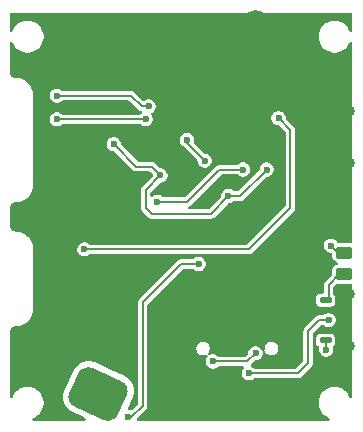
<source format=gbl>
%TF.GenerationSoftware,KiCad,Pcbnew,9.0.4*%
%TF.CreationDate,2025-12-02T01:12:31+00:00*%
%TF.ProjectId,dtv2,64747632-2e6b-4696-9361-645f70636258,rev?*%
%TF.SameCoordinates,Original*%
%TF.FileFunction,Copper,L2,Bot*%
%TF.FilePolarity,Positive*%
%FSLAX46Y46*%
G04 Gerber Fmt 4.6, Leading zero omitted, Abs format (unit mm)*
G04 Created by KiCad (PCBNEW 9.0.4) date 2025-12-02 01:12:31*
%MOMM*%
%LPD*%
G01*
G04 APERTURE LIST*
G04 Aperture macros list*
%AMRoundRect*
0 Rectangle with rounded corners*
0 $1 Rounding radius*
0 $2 $3 $4 $5 $6 $7 $8 $9 X,Y pos of 4 corners*
0 Add a 4 corners polygon primitive as box body*
4,1,4,$2,$3,$4,$5,$6,$7,$8,$9,$2,$3,0*
0 Add four circle primitives for the rounded corners*
1,1,$1+$1,$2,$3*
1,1,$1+$1,$4,$5*
1,1,$1+$1,$6,$7*
1,1,$1+$1,$8,$9*
0 Add four rect primitives between the rounded corners*
20,1,$1+$1,$2,$3,$4,$5,0*
20,1,$1+$1,$4,$5,$6,$7,0*
20,1,$1+$1,$6,$7,$8,$9,0*
20,1,$1+$1,$8,$9,$2,$3,0*%
G04 Aperture macros list end*
%TA.AperFunction,ComponentPad*%
%ADD10O,1.700000X0.900000*%
%TD*%
%TA.AperFunction,HeatsinkPad*%
%ADD11O,1.000000X2.100000*%
%TD*%
%TA.AperFunction,HeatsinkPad*%
%ADD12O,1.000000X1.600000*%
%TD*%
%TA.AperFunction,SMDPad,CuDef*%
%ADD13RoundRect,0.905000X-0.836514X1.388630X-1.601454X-0.251787X0.836514X-1.388630X1.601454X0.251787X0*%
%TD*%
%TA.AperFunction,SMDPad,CuDef*%
%ADD14RoundRect,0.075000X-0.425000X0.175000X-0.425000X-0.175000X0.425000X-0.175000X0.425000X0.175000X0*%
%TD*%
%TA.AperFunction,SMDPad,CuDef*%
%ADD15RoundRect,0.250000X-0.450000X0.262500X-0.450000X-0.262500X0.450000X-0.262500X0.450000X0.262500X0*%
%TD*%
%TA.AperFunction,ViaPad*%
%ADD16C,0.600000*%
%TD*%
%TA.AperFunction,Conductor*%
%ADD17C,0.200000*%
%TD*%
G04 APERTURE END LIST*
D10*
%TO.P,SW4,3,gnd*%
%TO.N,GND*%
X128850000Y-73325000D03*
X128850000Y-77675000D03*
%TD*%
D11*
%TO.P,J1,S1,SHIELD*%
%TO.N,GND*%
X115430000Y-92870000D03*
D12*
X115430000Y-97050000D03*
D11*
X124070000Y-92870000D03*
D12*
X124070000Y-97050000D03*
%TD*%
D13*
%TO.P,BT1,N,N*%
%TO.N,GND*%
X122102772Y-67006508D03*
%TO.P,BT1,P,P*%
%TO.N,+BATT*%
X108000000Y-97250000D03*
%TD*%
D14*
%TO.P,SW2,1,1*%
%TO.N,SWCLK*%
X127250000Y-92700000D03*
%TO.P,SW2,2,2*%
%TO.N,Net-(R1-Pad2)*%
X127250000Y-89300000D03*
D10*
%TO.P,SW2,3,gnd*%
%TO.N,GND*%
X128850000Y-93175000D03*
X128850000Y-88825000D03*
%TD*%
D15*
%TO.P,R1,1*%
%TO.N,+3V3*%
X128800000Y-85287500D03*
%TO.P,R1,2*%
%TO.N,Net-(R1-Pad2)*%
X128800000Y-87112500D03*
%TD*%
D16*
%TO.N,GND*%
X114100000Y-67500000D03*
X112250000Y-68500000D03*
X107250000Y-83500000D03*
X112250000Y-66250000D03*
X112250000Y-69250000D03*
X114100000Y-68250000D03*
X114100000Y-66000000D03*
X114100000Y-65250000D03*
X112250000Y-67750000D03*
X112250000Y-65500000D03*
X103750000Y-82500000D03*
X120000000Y-86000000D03*
X105500000Y-76000000D03*
X113400000Y-70700000D03*
X114100000Y-66750000D03*
X121250000Y-74000000D03*
X112250000Y-67000000D03*
X112750000Y-70000000D03*
X115000000Y-72500000D03*
X103000000Y-93250000D03*
X115000000Y-82800000D03*
X114400000Y-69000000D03*
%TO.N,+5V*%
X117700000Y-94500000D03*
X121300000Y-93800000D03*
%TO.N,+BATT*%
X109000000Y-96500000D03*
%TO.N,SWCLK*%
X127300000Y-93500000D03*
%TO.N,SWDIO*%
X127500000Y-91000000D03*
X120750000Y-95500000D03*
%TO.N,ToF_INT*%
X120250000Y-78250000D03*
X113000000Y-81000000D03*
%TO.N,ToF_SCL*%
X115500000Y-75750000D03*
X117000000Y-77500000D03*
%TO.N,SP3T_0*%
X112250000Y-72900000D03*
X104500000Y-72000000D03*
%TO.N,SP3T_1*%
X112000000Y-74000000D03*
X104500000Y-74000000D03*
%TO.N,Net-(SW1-A)*%
X123250000Y-73900000D03*
X106800000Y-85000000D03*
%TO.N,Net-(D3-K)*%
X116500000Y-86250000D03*
X110500000Y-99200000D03*
%TO.N,+3V3*%
X127700000Y-84700000D03*
X122250000Y-78250000D03*
X113250000Y-78750000D03*
X119000000Y-80500000D03*
X109300000Y-76100000D03*
%TD*%
D17*
%TO.N,+5V*%
X120600000Y-94500000D02*
X121300000Y-93800000D01*
X117700000Y-94500000D02*
X120600000Y-94500000D01*
%TO.N,+BATT*%
X106715000Y-96499268D02*
X108999268Y-96499268D01*
X108999268Y-96499268D02*
X109000000Y-96500000D01*
%TO.N,SWCLK*%
X127300000Y-93500000D02*
X127300000Y-92750000D01*
X127300000Y-92750000D02*
X127250000Y-92700000D01*
X127250000Y-92850000D02*
X127250000Y-92700000D01*
%TO.N,SWDIO*%
X120750000Y-95500000D02*
X124900000Y-95500000D01*
X125750000Y-91950000D02*
X126700000Y-91000000D01*
X125750000Y-94650000D02*
X125750000Y-91950000D01*
X126700000Y-91000000D02*
X127500000Y-91000000D01*
X124900000Y-95500000D02*
X125750000Y-94650000D01*
%TO.N,Net-(R1-Pad2)*%
X127250000Y-89300000D02*
X127500000Y-89050000D01*
X128387500Y-87112500D02*
X128800000Y-87112500D01*
X127500000Y-88000000D02*
X128387500Y-87112500D01*
X127500000Y-89050000D02*
X127500000Y-88000000D01*
%TO.N,ToF_INT*%
X118250000Y-78250000D02*
X115500000Y-81000000D01*
X120250000Y-78250000D02*
X118250000Y-78250000D01*
X115500000Y-81000000D02*
X113000000Y-81000000D01*
%TO.N,ToF_SCL*%
X115500000Y-76000000D02*
X115500000Y-75750000D01*
X117000000Y-77500000D02*
X115500000Y-76000000D01*
%TO.N,SP3T_0*%
X112250000Y-72900000D02*
X111650000Y-72900000D01*
X111650000Y-72900000D02*
X110750000Y-72000000D01*
X110750000Y-72000000D02*
X104500000Y-72000000D01*
%TO.N,SP3T_1*%
X112000000Y-74000000D02*
X104500000Y-74000000D01*
%TO.N,Net-(SW1-A)*%
X120790000Y-84960000D02*
X124250000Y-81500000D01*
X120790000Y-85000000D02*
X107000000Y-85000000D01*
X124250000Y-74900000D02*
X124250000Y-81500000D01*
X107000000Y-85000000D02*
X106800000Y-85000000D01*
X123250000Y-73900000D02*
X124250000Y-74900000D01*
X120790000Y-85000000D02*
X120790000Y-84960000D01*
%TO.N,Net-(D3-K)*%
X111750000Y-98250000D02*
X111750000Y-89500000D01*
X115000000Y-86250000D02*
X116500000Y-86250000D01*
X110500000Y-99200000D02*
X110800000Y-99200000D01*
X111750000Y-89500000D02*
X115000000Y-86250000D01*
X110800000Y-99200000D02*
X111750000Y-98250000D01*
%TO.N,+3V3*%
X109300000Y-76100000D02*
X111200000Y-78000000D01*
X117500000Y-82000000D02*
X119000000Y-80500000D01*
X112500000Y-78000000D02*
X113250000Y-78750000D01*
X112000000Y-80000000D02*
X112000000Y-81500000D01*
X120000000Y-80500000D02*
X122250000Y-78250000D01*
X112500000Y-82000000D02*
X117500000Y-82000000D01*
X128287500Y-85287500D02*
X128800000Y-85287500D01*
X113250000Y-78750000D02*
X112000000Y-80000000D01*
X112000000Y-81500000D02*
X112500000Y-82000000D01*
X119000000Y-80500000D02*
X120000000Y-80500000D01*
X111200000Y-78000000D02*
X112500000Y-78000000D01*
X127700000Y-84700000D02*
X128287500Y-85287500D01*
%TD*%
%TA.AperFunction,Conductor*%
%TO.N,GND*%
G36*
X129442539Y-64994150D02*
G01*
X129488294Y-65046954D01*
X129499500Y-65098465D01*
X129499500Y-66461773D01*
X129479815Y-66528812D01*
X129427011Y-66574567D01*
X129357853Y-66584511D01*
X129294297Y-66555486D01*
X129257570Y-66500094D01*
X129251557Y-66481588D01*
X129155051Y-66292184D01*
X129155049Y-66292181D01*
X129155048Y-66292179D01*
X129030109Y-66120213D01*
X128879786Y-65969890D01*
X128707820Y-65844951D01*
X128518414Y-65748444D01*
X128518413Y-65748443D01*
X128518412Y-65748443D01*
X128316243Y-65682754D01*
X128316241Y-65682753D01*
X128316240Y-65682753D01*
X128154957Y-65657208D01*
X128106287Y-65649500D01*
X127893713Y-65649500D01*
X127845042Y-65657208D01*
X127683760Y-65682753D01*
X127481585Y-65748444D01*
X127292179Y-65844951D01*
X127120213Y-65969890D01*
X126969890Y-66120213D01*
X126844951Y-66292179D01*
X126748444Y-66481585D01*
X126682753Y-66683760D01*
X126649500Y-66893713D01*
X126649500Y-67106287D01*
X126682754Y-67316243D01*
X126734075Y-67474193D01*
X126748444Y-67518414D01*
X126844951Y-67707820D01*
X126969890Y-67879786D01*
X127120213Y-68030109D01*
X127292179Y-68155048D01*
X127292181Y-68155049D01*
X127292184Y-68155051D01*
X127481588Y-68251557D01*
X127683757Y-68317246D01*
X127893713Y-68350500D01*
X127893714Y-68350500D01*
X128106286Y-68350500D01*
X128106287Y-68350500D01*
X128316243Y-68317246D01*
X128518412Y-68251557D01*
X128707816Y-68155051D01*
X128729789Y-68139086D01*
X128879786Y-68030109D01*
X128879788Y-68030106D01*
X128879792Y-68030104D01*
X129030104Y-67879792D01*
X129030106Y-67879788D01*
X129030109Y-67879786D01*
X129155048Y-67707820D01*
X129155047Y-67707820D01*
X129155051Y-67707816D01*
X129251557Y-67518412D01*
X129257569Y-67499907D01*
X129297006Y-67442232D01*
X129361365Y-67415034D01*
X129430211Y-67426949D01*
X129481687Y-67474193D01*
X129499500Y-67538226D01*
X129499500Y-84359503D01*
X129479815Y-84426542D01*
X129427011Y-84472297D01*
X129360718Y-84482619D01*
X129320651Y-84477808D01*
X129293102Y-84474500D01*
X128334796Y-84474500D01*
X128267757Y-84454815D01*
X128227410Y-84412501D01*
X128180520Y-84331284D01*
X128068716Y-84219480D01*
X128068714Y-84219479D01*
X128068709Y-84219475D01*
X127931790Y-84140426D01*
X127931786Y-84140424D01*
X127931784Y-84140423D01*
X127779057Y-84099500D01*
X127620943Y-84099500D01*
X127468216Y-84140423D01*
X127468209Y-84140426D01*
X127331290Y-84219475D01*
X127331282Y-84219481D01*
X127219481Y-84331282D01*
X127219475Y-84331290D01*
X127140426Y-84468209D01*
X127140423Y-84468216D01*
X127099500Y-84620943D01*
X127099500Y-84779056D01*
X127140423Y-84931783D01*
X127140426Y-84931790D01*
X127219475Y-85068709D01*
X127219479Y-85068714D01*
X127219480Y-85068716D01*
X127331284Y-85180520D01*
X127331286Y-85180521D01*
X127331290Y-85180524D01*
X127420087Y-85231790D01*
X127468216Y-85259577D01*
X127620943Y-85300500D01*
X127675500Y-85300500D01*
X127742539Y-85320185D01*
X127788294Y-85372989D01*
X127799500Y-85424500D01*
X127799500Y-85593102D01*
X127805126Y-85639954D01*
X127810122Y-85681561D01*
X127865639Y-85822343D01*
X127957077Y-85942922D01*
X128077656Y-86034360D01*
X128077657Y-86034360D01*
X128077658Y-86034361D01*
X128205171Y-86084646D01*
X128260314Y-86127551D01*
X128283507Y-86193459D01*
X128267386Y-86261444D01*
X128217070Y-86309920D01*
X128205178Y-86315351D01*
X128170428Y-86329055D01*
X128077656Y-86365639D01*
X127957077Y-86457077D01*
X127865639Y-86577656D01*
X127810122Y-86718438D01*
X127808671Y-86730524D01*
X127799500Y-86806898D01*
X127799500Y-86806903D01*
X127799500Y-87082745D01*
X127779815Y-87149784D01*
X127763181Y-87170426D01*
X127179522Y-87754084D01*
X127179520Y-87754087D01*
X127126793Y-87845412D01*
X127108180Y-87914877D01*
X127106010Y-87922976D01*
X127099500Y-87947270D01*
X127099500Y-88625500D01*
X127079815Y-88692539D01*
X127027011Y-88738294D01*
X126975500Y-88749500D01*
X126789364Y-88749500D01*
X126716375Y-88760134D01*
X126716373Y-88760134D01*
X126716371Y-88760135D01*
X126603789Y-88815172D01*
X126515172Y-88903789D01*
X126460135Y-89016371D01*
X126460134Y-89016373D01*
X126460134Y-89016375D01*
X126449500Y-89089364D01*
X126449500Y-89510636D01*
X126460134Y-89583625D01*
X126460134Y-89583626D01*
X126460135Y-89583628D01*
X126515172Y-89696210D01*
X126603789Y-89784827D01*
X126711572Y-89837518D01*
X126716375Y-89839866D01*
X126789364Y-89850500D01*
X126789370Y-89850500D01*
X127710630Y-89850500D01*
X127710636Y-89850500D01*
X127783625Y-89839866D01*
X127841118Y-89811759D01*
X127896210Y-89784827D01*
X127984827Y-89696210D01*
X128017403Y-89629574D01*
X128039866Y-89583625D01*
X128050500Y-89510636D01*
X128050500Y-89089364D01*
X128039866Y-89016375D01*
X128037518Y-89011572D01*
X127984827Y-88903789D01*
X127936819Y-88855781D01*
X127903334Y-88794458D01*
X127900500Y-88768100D01*
X127900500Y-88217254D01*
X127920185Y-88150215D01*
X127936819Y-88129573D01*
X128025896Y-88040496D01*
X128116070Y-87950321D01*
X128177391Y-87916838D01*
X128218529Y-87914888D01*
X128306898Y-87925500D01*
X128306905Y-87925500D01*
X129293095Y-87925500D01*
X129293102Y-87925500D01*
X129360717Y-87917380D01*
X129429624Y-87928932D01*
X129481348Y-87975904D01*
X129499500Y-88040496D01*
X129499500Y-97461773D01*
X129479815Y-97528812D01*
X129427011Y-97574567D01*
X129357853Y-97584511D01*
X129294297Y-97555486D01*
X129257570Y-97500094D01*
X129251557Y-97481588D01*
X129155051Y-97292184D01*
X129155049Y-97292181D01*
X129155048Y-97292179D01*
X129030109Y-97120213D01*
X128879786Y-96969890D01*
X128707820Y-96844951D01*
X128518414Y-96748444D01*
X128518413Y-96748443D01*
X128518412Y-96748443D01*
X128316243Y-96682754D01*
X128316241Y-96682753D01*
X128316240Y-96682753D01*
X128154957Y-96657208D01*
X128106287Y-96649500D01*
X127893713Y-96649500D01*
X127845042Y-96657208D01*
X127683760Y-96682753D01*
X127481585Y-96748444D01*
X127292179Y-96844951D01*
X127120213Y-96969890D01*
X126969890Y-97120213D01*
X126844951Y-97292179D01*
X126748444Y-97481585D01*
X126682753Y-97683760D01*
X126671742Y-97753282D01*
X126649500Y-97893713D01*
X126649500Y-98106287D01*
X126682754Y-98316243D01*
X126741841Y-98498094D01*
X126748444Y-98518414D01*
X126844951Y-98707820D01*
X126969890Y-98879786D01*
X127120213Y-99030109D01*
X127292179Y-99155048D01*
X127292181Y-99155049D01*
X127292184Y-99155051D01*
X127481588Y-99251557D01*
X127500092Y-99257569D01*
X127557768Y-99297006D01*
X127584966Y-99361365D01*
X127573051Y-99430211D01*
X127525807Y-99481687D01*
X127461774Y-99499500D01*
X111366255Y-99499500D01*
X111299216Y-99479815D01*
X111253461Y-99427011D01*
X111243517Y-99357853D01*
X111272542Y-99294297D01*
X111278574Y-99287819D01*
X111584429Y-98981964D01*
X112070480Y-98495913D01*
X112123207Y-98404588D01*
X112150500Y-98302727D01*
X112150500Y-98197273D01*
X112150500Y-93324234D01*
X116284500Y-93324234D01*
X116284500Y-93475765D01*
X116323719Y-93622136D01*
X116351887Y-93670923D01*
X116399485Y-93753365D01*
X116506635Y-93860515D01*
X116637865Y-93936281D01*
X116784234Y-93975500D01*
X116784236Y-93975500D01*
X116935764Y-93975500D01*
X116935766Y-93975500D01*
X117082135Y-93936281D01*
X117082136Y-93936280D01*
X117089986Y-93934177D01*
X117090868Y-93937470D01*
X117144581Y-93931624D01*
X117207102Y-93962816D01*
X117242834Y-94022858D01*
X117240432Y-94092686D01*
X117221105Y-94129165D01*
X117219478Y-94131284D01*
X117140426Y-94268209D01*
X117140423Y-94268216D01*
X117099500Y-94420943D01*
X117099500Y-94579057D01*
X117132637Y-94702724D01*
X117140423Y-94731783D01*
X117140426Y-94731790D01*
X117219475Y-94868709D01*
X117219479Y-94868714D01*
X117219480Y-94868716D01*
X117331284Y-94980520D01*
X117331286Y-94980521D01*
X117331290Y-94980524D01*
X117398765Y-95019480D01*
X117468216Y-95059577D01*
X117620943Y-95100500D01*
X117620945Y-95100500D01*
X117779055Y-95100500D01*
X117779057Y-95100500D01*
X117931784Y-95059577D01*
X118068716Y-94980520D01*
X118112417Y-94936819D01*
X118173740Y-94903334D01*
X118200098Y-94900500D01*
X120200902Y-94900500D01*
X120267941Y-94920185D01*
X120313696Y-94972989D01*
X120323640Y-95042147D01*
X120294615Y-95105703D01*
X120288583Y-95112181D01*
X120269481Y-95131282D01*
X120269475Y-95131290D01*
X120190426Y-95268209D01*
X120190423Y-95268216D01*
X120149500Y-95420943D01*
X120149500Y-95579056D01*
X120190423Y-95731783D01*
X120190426Y-95731790D01*
X120269475Y-95868709D01*
X120269479Y-95868714D01*
X120269480Y-95868716D01*
X120381284Y-95980520D01*
X120381286Y-95980521D01*
X120381290Y-95980524D01*
X120518209Y-96059573D01*
X120518216Y-96059577D01*
X120670943Y-96100500D01*
X120670945Y-96100500D01*
X120829055Y-96100500D01*
X120829057Y-96100500D01*
X120981784Y-96059577D01*
X121118716Y-95980520D01*
X121162417Y-95936819D01*
X121223740Y-95903334D01*
X121250098Y-95900500D01*
X124952725Y-95900500D01*
X124952727Y-95900500D01*
X125054588Y-95873207D01*
X125145913Y-95820480D01*
X125985703Y-94980687D01*
X125985708Y-94980684D01*
X125995911Y-94970480D01*
X125995913Y-94970480D01*
X126070480Y-94895913D01*
X126123207Y-94804587D01*
X126127844Y-94787279D01*
X126131861Y-94772293D01*
X126136855Y-94753652D01*
X126150501Y-94702726D01*
X126150501Y-94597273D01*
X126150501Y-94589678D01*
X126150500Y-94589660D01*
X126150500Y-92489364D01*
X126449500Y-92489364D01*
X126449500Y-92910636D01*
X126460134Y-92983625D01*
X126460134Y-92983626D01*
X126460135Y-92983628D01*
X126515172Y-93096210D01*
X126603787Y-93184825D01*
X126652609Y-93208693D01*
X126704191Y-93255821D01*
X126722105Y-93323355D01*
X126717923Y-93352185D01*
X126699500Y-93420941D01*
X126699500Y-93420943D01*
X126699500Y-93579057D01*
X126724116Y-93670923D01*
X126740423Y-93731783D01*
X126740426Y-93731790D01*
X126819475Y-93868709D01*
X126819479Y-93868714D01*
X126819480Y-93868716D01*
X126931284Y-93980520D01*
X126931286Y-93980521D01*
X126931290Y-93980524D01*
X127020087Y-94031790D01*
X127068216Y-94059577D01*
X127220943Y-94100500D01*
X127220945Y-94100500D01*
X127379055Y-94100500D01*
X127379057Y-94100500D01*
X127531784Y-94059577D01*
X127668716Y-93980520D01*
X127780520Y-93868716D01*
X127859577Y-93731784D01*
X127900500Y-93579057D01*
X127900500Y-93420943D01*
X127868224Y-93300487D01*
X127869887Y-93230643D01*
X127900317Y-93180719D01*
X127984826Y-93096211D01*
X127984826Y-93096210D01*
X127984827Y-93096210D01*
X128011759Y-93041118D01*
X128039866Y-92983625D01*
X128050500Y-92910636D01*
X128050500Y-92489364D01*
X128039866Y-92416375D01*
X128037518Y-92411572D01*
X127984827Y-92303789D01*
X127896210Y-92215172D01*
X127783628Y-92160135D01*
X127783626Y-92160134D01*
X127783625Y-92160134D01*
X127710636Y-92149500D01*
X126789364Y-92149500D01*
X126716375Y-92160134D01*
X126716373Y-92160134D01*
X126716371Y-92160135D01*
X126603789Y-92215172D01*
X126515172Y-92303789D01*
X126460135Y-92416371D01*
X126460134Y-92416373D01*
X126460134Y-92416375D01*
X126449500Y-92489364D01*
X126150500Y-92489364D01*
X126150500Y-92167255D01*
X126170185Y-92100216D01*
X126186819Y-92079574D01*
X126829574Y-91436819D01*
X126890897Y-91403334D01*
X126917255Y-91400500D01*
X126999902Y-91400500D01*
X127066941Y-91420185D01*
X127087583Y-91436819D01*
X127131284Y-91480520D01*
X127131286Y-91480521D01*
X127131290Y-91480524D01*
X127268209Y-91559573D01*
X127268216Y-91559577D01*
X127420943Y-91600500D01*
X127420945Y-91600500D01*
X127579055Y-91600500D01*
X127579057Y-91600500D01*
X127731784Y-91559577D01*
X127868716Y-91480520D01*
X127980520Y-91368716D01*
X128059577Y-91231784D01*
X128100500Y-91079057D01*
X128100500Y-90920943D01*
X128059577Y-90768216D01*
X128008369Y-90679520D01*
X127980524Y-90631290D01*
X127980518Y-90631282D01*
X127868717Y-90519481D01*
X127868709Y-90519475D01*
X127731790Y-90440426D01*
X127731786Y-90440424D01*
X127731784Y-90440423D01*
X127579057Y-90399500D01*
X127420943Y-90399500D01*
X127268216Y-90440423D01*
X127268209Y-90440426D01*
X127131290Y-90519475D01*
X127131282Y-90519481D01*
X127087583Y-90563181D01*
X127026260Y-90596666D01*
X126999902Y-90599500D01*
X126647273Y-90599500D01*
X126545410Y-90626793D01*
X126454087Y-90679520D01*
X126454084Y-90679522D01*
X125429522Y-91704084D01*
X125429520Y-91704087D01*
X125376791Y-91795414D01*
X125351758Y-91888845D01*
X125351757Y-91888849D01*
X125349500Y-91897271D01*
X125349500Y-94432745D01*
X125329815Y-94499784D01*
X125313181Y-94520426D01*
X124770426Y-95063181D01*
X124709103Y-95096666D01*
X124682745Y-95099500D01*
X121250098Y-95099500D01*
X121183059Y-95079815D01*
X121162417Y-95063181D01*
X121118717Y-95019481D01*
X121118709Y-95019475D01*
X120981790Y-94940426D01*
X120981787Y-94940424D01*
X120981784Y-94940423D01*
X120981780Y-94940422D01*
X120974277Y-94937314D01*
X120975406Y-94934587D01*
X120927827Y-94905590D01*
X120897296Y-94842744D01*
X120905588Y-94773368D01*
X120931894Y-94734498D01*
X121229574Y-94436819D01*
X121290897Y-94403334D01*
X121317255Y-94400500D01*
X121379055Y-94400500D01*
X121379057Y-94400500D01*
X121531784Y-94359577D01*
X121668716Y-94280520D01*
X121780520Y-94168716D01*
X121859577Y-94031784D01*
X121900500Y-93879057D01*
X121900500Y-93732923D01*
X121920185Y-93665884D01*
X121972989Y-93620129D01*
X122042147Y-93610185D01*
X122105703Y-93639210D01*
X122131886Y-93670922D01*
X122179485Y-93753365D01*
X122286635Y-93860515D01*
X122417865Y-93936281D01*
X122564234Y-93975500D01*
X122564236Y-93975500D01*
X122715764Y-93975500D01*
X122715766Y-93975500D01*
X122862135Y-93936281D01*
X122993365Y-93860515D01*
X123100515Y-93753365D01*
X123176281Y-93622135D01*
X123215500Y-93475766D01*
X123215500Y-93324234D01*
X123176281Y-93177865D01*
X123100515Y-93046635D01*
X122993365Y-92939485D01*
X122927750Y-92901602D01*
X122862136Y-92863719D01*
X122788950Y-92844109D01*
X122715766Y-92824500D01*
X122564234Y-92824500D01*
X122417863Y-92863719D01*
X122286635Y-92939485D01*
X122286632Y-92939487D01*
X122179487Y-93046632D01*
X122179485Y-93046635D01*
X122103719Y-93177863D01*
X122064500Y-93324234D01*
X122064500Y-93460378D01*
X122044815Y-93527417D01*
X121992011Y-93573172D01*
X121922853Y-93583116D01*
X121859297Y-93554091D01*
X121833113Y-93522378D01*
X121780522Y-93431287D01*
X121780518Y-93431282D01*
X121668717Y-93319481D01*
X121668709Y-93319475D01*
X121531790Y-93240426D01*
X121531786Y-93240424D01*
X121531784Y-93240423D01*
X121379057Y-93199500D01*
X121220943Y-93199500D01*
X121068216Y-93240423D01*
X121068209Y-93240426D01*
X120931290Y-93319475D01*
X120931282Y-93319481D01*
X120819481Y-93431282D01*
X120819475Y-93431290D01*
X120740426Y-93568209D01*
X120740423Y-93568216D01*
X120699500Y-93720943D01*
X120699500Y-93782745D01*
X120679815Y-93849784D01*
X120663181Y-93870426D01*
X120470426Y-94063181D01*
X120409103Y-94096666D01*
X120382745Y-94099500D01*
X118200098Y-94099500D01*
X118133059Y-94079815D01*
X118112417Y-94063181D01*
X118068717Y-94019481D01*
X118068709Y-94019475D01*
X117931790Y-93940426D01*
X117931786Y-93940424D01*
X117931784Y-93940423D01*
X117779057Y-93899500D01*
X117620943Y-93899500D01*
X117468216Y-93940423D01*
X117468214Y-93940423D01*
X117460365Y-93942527D01*
X117459988Y-93941120D01*
X117399352Y-93947634D01*
X117336876Y-93916353D01*
X117301229Y-93856261D01*
X117303729Y-93786436D01*
X117317291Y-93760888D01*
X117316451Y-93760403D01*
X117320513Y-93753366D01*
X117320515Y-93753365D01*
X117396281Y-93622135D01*
X117435500Y-93475766D01*
X117435500Y-93324234D01*
X117396281Y-93177865D01*
X117320515Y-93046635D01*
X117213365Y-92939485D01*
X117147750Y-92901602D01*
X117082136Y-92863719D01*
X117008950Y-92844109D01*
X116935766Y-92824500D01*
X116784234Y-92824500D01*
X116637863Y-92863719D01*
X116506635Y-92939485D01*
X116506632Y-92939487D01*
X116399487Y-93046632D01*
X116399485Y-93046635D01*
X116323719Y-93177863D01*
X116284500Y-93324234D01*
X112150500Y-93324234D01*
X112150500Y-89717255D01*
X112170185Y-89650216D01*
X112186819Y-89629574D01*
X115129574Y-86686819D01*
X115190897Y-86653334D01*
X115217255Y-86650500D01*
X115999902Y-86650500D01*
X116066941Y-86670185D01*
X116087583Y-86686819D01*
X116131284Y-86730520D01*
X116131286Y-86730521D01*
X116131290Y-86730524D01*
X116263576Y-86806898D01*
X116268216Y-86809577D01*
X116420943Y-86850500D01*
X116420945Y-86850500D01*
X116579055Y-86850500D01*
X116579057Y-86850500D01*
X116731784Y-86809577D01*
X116868716Y-86730520D01*
X116980520Y-86618716D01*
X117059577Y-86481784D01*
X117100500Y-86329057D01*
X117100500Y-86170943D01*
X117059577Y-86018216D01*
X117059573Y-86018209D01*
X116980524Y-85881290D01*
X116980518Y-85881282D01*
X116868717Y-85769481D01*
X116868709Y-85769475D01*
X116731790Y-85690426D01*
X116731786Y-85690424D01*
X116731784Y-85690423D01*
X116579057Y-85649500D01*
X116420943Y-85649500D01*
X116268216Y-85690423D01*
X116268209Y-85690426D01*
X116131290Y-85769475D01*
X116131282Y-85769481D01*
X116087583Y-85813181D01*
X116026260Y-85846666D01*
X115999902Y-85849500D01*
X114947273Y-85849500D01*
X114845410Y-85876793D01*
X114754087Y-85929520D01*
X114754084Y-85929522D01*
X111429522Y-89254084D01*
X111429518Y-89254090D01*
X111376792Y-89345412D01*
X111376793Y-89345413D01*
X111349500Y-89447273D01*
X111349500Y-98032744D01*
X111329815Y-98099783D01*
X111313181Y-98120425D01*
X110830830Y-98602775D01*
X110820480Y-98608426D01*
X110813002Y-98617547D01*
X110790375Y-98624865D01*
X110769507Y-98636260D01*
X110756061Y-98635963D01*
X110746523Y-98639048D01*
X110712100Y-98634992D01*
X110711464Y-98634978D01*
X110711386Y-98634957D01*
X110579057Y-98599500D01*
X110577228Y-98599500D01*
X110567761Y-98596998D01*
X110544356Y-98582841D01*
X110519349Y-98571774D01*
X110514897Y-98565022D01*
X110507977Y-98560837D01*
X110495943Y-98536278D01*
X110480887Y-98513444D01*
X110480792Y-98505355D01*
X110477234Y-98498094D01*
X110480388Y-98470928D01*
X110480067Y-98443579D01*
X110485157Y-98429851D01*
X110485292Y-98428691D01*
X110485831Y-98428033D01*
X110487061Y-98424716D01*
X110915705Y-97505487D01*
X110935834Y-97455566D01*
X110993933Y-97223476D01*
X111011973Y-96984906D01*
X110989435Y-96746718D01*
X110926967Y-96515766D01*
X110826367Y-96298692D01*
X110690528Y-96101743D01*
X110690524Y-96101739D01*
X110690523Y-96101737D01*
X110523363Y-95930587D01*
X110523362Y-95930586D01*
X110523359Y-95930583D01*
X110523353Y-95930579D01*
X110523350Y-95930576D01*
X110329670Y-95790139D01*
X110329669Y-95790138D01*
X110329667Y-95790137D01*
X110282159Y-95764834D01*
X108927520Y-95133155D01*
X107670766Y-94547120D01*
X107670760Y-94547118D01*
X107620834Y-94526988D01*
X107388752Y-94468891D01*
X107388751Y-94468890D01*
X107388748Y-94468890D01*
X107388743Y-94468889D01*
X107388739Y-94468889D01*
X107150180Y-94450850D01*
X107150176Y-94450850D01*
X106911988Y-94473389D01*
X106681038Y-94535857D01*
X106463963Y-94636457D01*
X106267016Y-94772293D01*
X106095855Y-94939466D01*
X106095853Y-94939468D01*
X105955410Y-95133155D01*
X105930097Y-95180681D01*
X105084296Y-96994509D01*
X105084294Y-96994514D01*
X105064164Y-97044439D01*
X105064163Y-97044441D01*
X105006068Y-97276518D01*
X105006066Y-97276532D01*
X104988027Y-97515091D01*
X104988027Y-97515096D01*
X105010565Y-97753284D01*
X105048549Y-97893713D01*
X105073033Y-97984234D01*
X105173633Y-98201308D01*
X105309472Y-98398257D01*
X105309474Y-98398259D01*
X105309476Y-98398262D01*
X105468261Y-98560837D01*
X105476641Y-98569417D01*
X105476647Y-98569421D01*
X105476649Y-98569423D01*
X105574567Y-98640423D01*
X105670333Y-98709863D01*
X105717841Y-98735166D01*
X106571526Y-99133246D01*
X106850037Y-99263118D01*
X106902476Y-99309290D01*
X106921628Y-99376484D01*
X106901412Y-99443365D01*
X106848247Y-99488699D01*
X106797632Y-99499500D01*
X102538226Y-99499500D01*
X102471187Y-99479815D01*
X102425432Y-99427011D01*
X102415488Y-99357853D01*
X102444513Y-99294297D01*
X102499906Y-99257569D01*
X102518412Y-99251557D01*
X102707816Y-99155051D01*
X102737828Y-99133246D01*
X102879786Y-99030109D01*
X102879788Y-99030106D01*
X102879792Y-99030104D01*
X103030104Y-98879792D01*
X103030106Y-98879788D01*
X103030109Y-98879786D01*
X103155048Y-98707820D01*
X103155047Y-98707820D01*
X103155051Y-98707816D01*
X103251557Y-98518412D01*
X103317246Y-98316243D01*
X103350500Y-98106287D01*
X103350500Y-97893713D01*
X103317246Y-97683757D01*
X103251557Y-97481588D01*
X103155051Y-97292184D01*
X103155049Y-97292181D01*
X103155048Y-97292179D01*
X103030109Y-97120213D01*
X102879786Y-96969890D01*
X102707820Y-96844951D01*
X102518414Y-96748444D01*
X102518413Y-96748443D01*
X102518412Y-96748443D01*
X102316243Y-96682754D01*
X102316241Y-96682753D01*
X102316240Y-96682753D01*
X102154957Y-96657208D01*
X102106287Y-96649500D01*
X101893713Y-96649500D01*
X101845042Y-96657208D01*
X101683760Y-96682753D01*
X101481585Y-96748444D01*
X101292179Y-96844951D01*
X101120213Y-96969890D01*
X100969890Y-97120213D01*
X100844951Y-97292179D01*
X100748445Y-97481582D01*
X100748443Y-97481587D01*
X100748443Y-97481588D01*
X100742429Y-97500094D01*
X100702992Y-97557768D01*
X100638633Y-97584965D01*
X100569787Y-97573050D01*
X100518312Y-97525805D01*
X100500500Y-97461773D01*
X100500500Y-92006961D01*
X100501280Y-91993077D01*
X100511459Y-91902731D01*
X100517635Y-91875670D01*
X100545353Y-91796456D01*
X100557396Y-91771450D01*
X100602046Y-91700389D01*
X100619351Y-91678690D01*
X100678690Y-91619351D01*
X100700389Y-91602046D01*
X100771450Y-91557396D01*
X100796456Y-91545353D01*
X100875670Y-91517635D01*
X100902733Y-91511459D01*
X100965419Y-91504396D01*
X100993079Y-91501280D01*
X101006962Y-91500500D01*
X101107317Y-91500500D01*
X101107318Y-91500500D01*
X101289612Y-91474290D01*
X101319764Y-91469955D01*
X101319765Y-91469954D01*
X101319769Y-91469954D01*
X101525710Y-91409484D01*
X101525713Y-91409482D01*
X101525715Y-91409482D01*
X101720938Y-91320327D01*
X101720944Y-91320323D01*
X101720950Y-91320321D01*
X101901513Y-91204281D01*
X102063724Y-91063724D01*
X102204281Y-90901513D01*
X102320321Y-90720950D01*
X102320323Y-90720944D01*
X102320327Y-90720938D01*
X102409482Y-90525715D01*
X102409482Y-90525713D01*
X102409484Y-90525710D01*
X102469954Y-90319769D01*
X102500500Y-90107318D01*
X102500500Y-90000000D01*
X102500500Y-89934108D01*
X102500500Y-84934108D01*
X102500500Y-84920943D01*
X106199500Y-84920943D01*
X106199500Y-85079057D01*
X106226687Y-85180518D01*
X106240423Y-85231783D01*
X106240426Y-85231790D01*
X106319475Y-85368709D01*
X106319479Y-85368714D01*
X106319480Y-85368716D01*
X106431284Y-85480520D01*
X106431286Y-85480521D01*
X106431290Y-85480524D01*
X106568209Y-85559573D01*
X106568216Y-85559577D01*
X106720943Y-85600500D01*
X106720945Y-85600500D01*
X106879055Y-85600500D01*
X106879057Y-85600500D01*
X107031784Y-85559577D01*
X107168716Y-85480520D01*
X107212417Y-85436819D01*
X107273740Y-85403334D01*
X107300098Y-85400500D01*
X120842725Y-85400500D01*
X120842727Y-85400500D01*
X120944587Y-85373207D01*
X121035913Y-85320480D01*
X121110480Y-85245913D01*
X121156961Y-85165405D01*
X121176661Y-85139730D01*
X124570480Y-81745913D01*
X124623207Y-81654588D01*
X124650500Y-81552727D01*
X124650500Y-81447273D01*
X124650500Y-74962729D01*
X124650501Y-74962716D01*
X124650501Y-74847274D01*
X124650501Y-74847273D01*
X124623207Y-74745413D01*
X124570480Y-74654087D01*
X124495913Y-74579520D01*
X124495912Y-74579519D01*
X124491582Y-74575189D01*
X124491571Y-74575179D01*
X123886819Y-73970426D01*
X123853334Y-73909103D01*
X123850500Y-73882745D01*
X123850500Y-73820945D01*
X123850500Y-73820943D01*
X123809577Y-73668216D01*
X123788258Y-73631290D01*
X123730524Y-73531290D01*
X123730518Y-73531282D01*
X123618717Y-73419481D01*
X123618709Y-73419475D01*
X123481790Y-73340426D01*
X123481786Y-73340424D01*
X123481784Y-73340423D01*
X123329057Y-73299500D01*
X123170943Y-73299500D01*
X123018216Y-73340423D01*
X123018209Y-73340426D01*
X122881290Y-73419475D01*
X122881282Y-73419481D01*
X122769481Y-73531282D01*
X122769475Y-73531290D01*
X122690426Y-73668209D01*
X122690423Y-73668216D01*
X122649500Y-73820943D01*
X122649500Y-73979057D01*
X122676295Y-74079055D01*
X122690423Y-74131783D01*
X122690426Y-74131790D01*
X122769475Y-74268709D01*
X122769479Y-74268714D01*
X122769480Y-74268716D01*
X122881284Y-74380520D01*
X122881286Y-74380521D01*
X122881290Y-74380524D01*
X123018209Y-74459573D01*
X123018216Y-74459577D01*
X123170943Y-74500500D01*
X123232745Y-74500500D01*
X123299784Y-74520185D01*
X123320426Y-74536819D01*
X123813181Y-75029573D01*
X123846666Y-75090896D01*
X123849500Y-75117254D01*
X123849500Y-81282745D01*
X123829815Y-81349784D01*
X123813181Y-81370426D01*
X120620426Y-84563181D01*
X120559103Y-84596666D01*
X120532745Y-84599500D01*
X107300098Y-84599500D01*
X107233059Y-84579815D01*
X107212417Y-84563181D01*
X107168717Y-84519481D01*
X107168709Y-84519475D01*
X107031790Y-84440426D01*
X107031786Y-84440424D01*
X107031784Y-84440423D01*
X106879057Y-84399500D01*
X106720943Y-84399500D01*
X106568216Y-84440423D01*
X106568209Y-84440426D01*
X106431290Y-84519475D01*
X106431282Y-84519481D01*
X106319481Y-84631282D01*
X106319475Y-84631290D01*
X106240426Y-84768209D01*
X106240423Y-84768216D01*
X106199500Y-84920943D01*
X102500500Y-84920943D01*
X102500500Y-84892682D01*
X102469954Y-84680231D01*
X102409484Y-84474290D01*
X102409483Y-84474288D01*
X102409482Y-84474284D01*
X102320327Y-84279061D01*
X102320320Y-84279048D01*
X102231231Y-84140423D01*
X102204281Y-84098487D01*
X102171172Y-84060277D01*
X102063724Y-83936275D01*
X101901514Y-83795720D01*
X101901513Y-83795719D01*
X101836991Y-83754253D01*
X101720951Y-83679679D01*
X101720938Y-83679672D01*
X101525715Y-83590517D01*
X101319774Y-83530047D01*
X101319764Y-83530044D01*
X101128754Y-83502582D01*
X101107318Y-83499500D01*
X101107317Y-83499500D01*
X101006962Y-83499500D01*
X100993078Y-83498720D01*
X100980553Y-83497308D01*
X100902735Y-83488540D01*
X100875666Y-83482362D01*
X100796462Y-83454648D01*
X100771444Y-83442600D01*
X100700395Y-83397957D01*
X100678686Y-83380644D01*
X100619355Y-83321313D01*
X100602042Y-83299604D01*
X100557399Y-83228555D01*
X100545351Y-83203537D01*
X100517637Y-83124333D01*
X100511459Y-83097263D01*
X100501280Y-83006922D01*
X100500500Y-82993038D01*
X100500500Y-81506961D01*
X100501280Y-81493077D01*
X100506441Y-81447273D01*
X100511459Y-81402731D01*
X100517635Y-81375670D01*
X100545353Y-81296456D01*
X100557396Y-81271450D01*
X100602046Y-81200389D01*
X100619351Y-81178690D01*
X100678690Y-81119351D01*
X100700389Y-81102046D01*
X100771450Y-81057396D01*
X100796456Y-81045353D01*
X100875670Y-81017635D01*
X100902733Y-81011459D01*
X100965419Y-81004396D01*
X100993079Y-81001280D01*
X101006962Y-81000500D01*
X101107317Y-81000500D01*
X101107318Y-81000500D01*
X101289612Y-80974290D01*
X101319764Y-80969955D01*
X101319765Y-80969954D01*
X101319769Y-80969954D01*
X101525710Y-80909484D01*
X101525713Y-80909482D01*
X101525715Y-80909482D01*
X101720938Y-80820327D01*
X101720944Y-80820323D01*
X101720950Y-80820321D01*
X101901513Y-80704281D01*
X102063724Y-80563724D01*
X102204281Y-80401513D01*
X102320321Y-80220950D01*
X102320323Y-80220944D01*
X102320327Y-80220938D01*
X102409482Y-80025715D01*
X102409482Y-80025713D01*
X102409484Y-80025710D01*
X102469954Y-79819769D01*
X102500500Y-79607318D01*
X102500500Y-79500000D01*
X102500500Y-79434108D01*
X102500500Y-76020943D01*
X108699500Y-76020943D01*
X108699500Y-76179057D01*
X108728404Y-76286926D01*
X108740423Y-76331783D01*
X108740426Y-76331790D01*
X108819475Y-76468709D01*
X108819479Y-76468714D01*
X108819480Y-76468716D01*
X108931284Y-76580520D01*
X108931286Y-76580521D01*
X108931290Y-76580524D01*
X109068209Y-76659573D01*
X109068216Y-76659577D01*
X109220943Y-76700500D01*
X109282745Y-76700500D01*
X109349784Y-76720185D01*
X109370426Y-76736819D01*
X110879518Y-78245910D01*
X110879520Y-78245913D01*
X110954087Y-78320480D01*
X110999750Y-78346843D01*
X111045412Y-78373207D01*
X111147273Y-78400500D01*
X112282745Y-78400500D01*
X112349784Y-78420185D01*
X112370426Y-78436819D01*
X112595926Y-78662319D01*
X112629411Y-78723642D01*
X112624427Y-78793334D01*
X112595926Y-78837681D01*
X111679522Y-79754084D01*
X111679518Y-79754090D01*
X111626792Y-79845413D01*
X111626791Y-79845414D01*
X111612033Y-79900498D01*
X111612033Y-79900499D01*
X111612033Y-79900500D01*
X111599500Y-79947273D01*
X111599500Y-81447273D01*
X111599500Y-81552727D01*
X111602301Y-81563181D01*
X111626793Y-81654589D01*
X111653156Y-81700250D01*
X111679520Y-81745913D01*
X112179518Y-82245910D01*
X112179520Y-82245913D01*
X112254087Y-82320480D01*
X112299750Y-82346843D01*
X112345412Y-82373207D01*
X112447273Y-82400500D01*
X112447275Y-82400500D01*
X117552725Y-82400500D01*
X117552727Y-82400500D01*
X117654588Y-82373207D01*
X117745913Y-82320480D01*
X118929574Y-81136819D01*
X118990897Y-81103334D01*
X119017255Y-81100500D01*
X119079055Y-81100500D01*
X119079057Y-81100500D01*
X119231784Y-81059577D01*
X119368716Y-80980520D01*
X119412417Y-80936819D01*
X119473740Y-80903334D01*
X119500098Y-80900500D01*
X120052725Y-80900500D01*
X120052727Y-80900500D01*
X120154588Y-80873207D01*
X120245913Y-80820480D01*
X122179573Y-78886818D01*
X122240896Y-78853334D01*
X122267254Y-78850500D01*
X122329055Y-78850500D01*
X122329057Y-78850500D01*
X122481784Y-78809577D01*
X122618716Y-78730520D01*
X122730520Y-78618716D01*
X122809577Y-78481784D01*
X122850500Y-78329057D01*
X122850500Y-78170943D01*
X122809577Y-78018216D01*
X122787816Y-77980524D01*
X122730524Y-77881290D01*
X122730518Y-77881282D01*
X122618717Y-77769481D01*
X122618709Y-77769475D01*
X122481790Y-77690426D01*
X122481786Y-77690424D01*
X122481784Y-77690423D01*
X122329057Y-77649500D01*
X122170943Y-77649500D01*
X122018216Y-77690423D01*
X122018209Y-77690426D01*
X121881290Y-77769475D01*
X121881282Y-77769481D01*
X121769481Y-77881282D01*
X121769475Y-77881290D01*
X121690426Y-78018209D01*
X121690423Y-78018216D01*
X121649500Y-78170943D01*
X121649500Y-78232745D01*
X121629815Y-78299784D01*
X121613181Y-78320426D01*
X119870426Y-80063181D01*
X119809103Y-80096666D01*
X119782745Y-80099500D01*
X119500098Y-80099500D01*
X119433059Y-80079815D01*
X119412417Y-80063181D01*
X119368717Y-80019481D01*
X119368709Y-80019475D01*
X119231790Y-79940426D01*
X119231786Y-79940424D01*
X119231784Y-79940423D01*
X119079057Y-79899500D01*
X118920943Y-79899500D01*
X118768216Y-79940423D01*
X118768209Y-79940426D01*
X118631290Y-80019475D01*
X118631282Y-80019481D01*
X118519481Y-80131282D01*
X118519475Y-80131290D01*
X118440426Y-80268209D01*
X118440423Y-80268216D01*
X118399500Y-80420943D01*
X118399500Y-80482745D01*
X118379815Y-80549784D01*
X118363181Y-80570426D01*
X117370426Y-81563181D01*
X117309103Y-81596666D01*
X117282745Y-81599500D01*
X115725412Y-81599500D01*
X115658373Y-81579815D01*
X115612618Y-81527011D01*
X115602674Y-81457853D01*
X115631699Y-81394297D01*
X115663411Y-81368113D01*
X115663850Y-81367859D01*
X115745913Y-81320480D01*
X118379574Y-78686819D01*
X118440897Y-78653334D01*
X118467255Y-78650500D01*
X119749902Y-78650500D01*
X119816941Y-78670185D01*
X119837583Y-78686819D01*
X119881284Y-78730520D01*
X119881286Y-78730521D01*
X119881290Y-78730524D01*
X119974100Y-78784107D01*
X120018216Y-78809577D01*
X120170943Y-78850500D01*
X120170945Y-78850500D01*
X120329055Y-78850500D01*
X120329057Y-78850500D01*
X120481784Y-78809577D01*
X120618716Y-78730520D01*
X120730520Y-78618716D01*
X120809577Y-78481784D01*
X120850500Y-78329057D01*
X120850500Y-78170943D01*
X120809577Y-78018216D01*
X120787816Y-77980524D01*
X120730524Y-77881290D01*
X120730518Y-77881282D01*
X120618717Y-77769481D01*
X120618709Y-77769475D01*
X120481790Y-77690426D01*
X120481786Y-77690424D01*
X120481784Y-77690423D01*
X120329057Y-77649500D01*
X120170943Y-77649500D01*
X120018216Y-77690423D01*
X120018209Y-77690426D01*
X119881290Y-77769475D01*
X119881282Y-77769481D01*
X119837583Y-77813181D01*
X119776260Y-77846666D01*
X119749902Y-77849500D01*
X118197273Y-77849500D01*
X118095410Y-77876793D01*
X118004087Y-77929520D01*
X118004084Y-77929522D01*
X115370426Y-80563181D01*
X115309103Y-80596666D01*
X115282745Y-80599500D01*
X113500098Y-80599500D01*
X113433059Y-80579815D01*
X113412417Y-80563181D01*
X113368717Y-80519481D01*
X113368709Y-80519475D01*
X113231790Y-80440426D01*
X113231786Y-80440424D01*
X113231784Y-80440423D01*
X113079057Y-80399500D01*
X112920943Y-80399500D01*
X112768216Y-80440423D01*
X112768209Y-80440426D01*
X112631290Y-80519475D01*
X112631282Y-80519481D01*
X112612181Y-80538583D01*
X112592744Y-80549195D01*
X112576011Y-80563696D01*
X112562679Y-80565612D01*
X112550858Y-80572068D01*
X112528771Y-80570488D01*
X112506853Y-80573640D01*
X112494601Y-80568044D01*
X112481166Y-80567084D01*
X112463439Y-80553813D01*
X112443297Y-80544615D01*
X112436014Y-80533283D01*
X112425233Y-80525212D01*
X112417495Y-80504466D01*
X112405523Y-80485837D01*
X112402371Y-80463918D01*
X112400816Y-80459748D01*
X112400500Y-80450902D01*
X112400500Y-80217255D01*
X112420185Y-80150216D01*
X112436819Y-80129574D01*
X113179574Y-79386819D01*
X113240897Y-79353334D01*
X113267255Y-79350500D01*
X113329055Y-79350500D01*
X113329057Y-79350500D01*
X113481784Y-79309577D01*
X113618716Y-79230520D01*
X113730520Y-79118716D01*
X113809577Y-78981784D01*
X113850500Y-78829057D01*
X113850500Y-78670943D01*
X113809577Y-78518216D01*
X113762583Y-78436819D01*
X113730524Y-78381290D01*
X113730518Y-78381282D01*
X113618717Y-78269481D01*
X113618709Y-78269475D01*
X113481790Y-78190426D01*
X113481786Y-78190424D01*
X113481784Y-78190423D01*
X113329057Y-78149500D01*
X113329056Y-78149500D01*
X113267255Y-78149500D01*
X113200216Y-78129815D01*
X113179574Y-78113181D01*
X112745915Y-77679522D01*
X112745913Y-77679520D01*
X112693917Y-77649500D01*
X112654589Y-77626793D01*
X112603657Y-77613146D01*
X112552727Y-77599500D01*
X112552726Y-77599500D01*
X111417254Y-77599500D01*
X111350215Y-77579815D01*
X111329573Y-77563181D01*
X109936819Y-76170426D01*
X109903334Y-76109103D01*
X109900500Y-76082745D01*
X109900500Y-76020945D01*
X109900500Y-76020943D01*
X109859577Y-75868216D01*
X109836969Y-75829057D01*
X109780524Y-75731289D01*
X109780518Y-75731282D01*
X109720179Y-75670943D01*
X114899500Y-75670943D01*
X114899500Y-75829056D01*
X114940423Y-75981783D01*
X114940426Y-75981790D01*
X115019475Y-76118709D01*
X115019479Y-76118714D01*
X115019480Y-76118716D01*
X115131284Y-76230520D01*
X115194851Y-76267220D01*
X115220533Y-76286926D01*
X116363181Y-77429574D01*
X116396666Y-77490897D01*
X116399500Y-77517255D01*
X116399500Y-77579057D01*
X116429341Y-77690423D01*
X116440423Y-77731783D01*
X116440426Y-77731790D01*
X116519475Y-77868709D01*
X116519479Y-77868714D01*
X116519480Y-77868716D01*
X116631284Y-77980520D01*
X116631286Y-77980521D01*
X116631290Y-77980524D01*
X116768209Y-78059573D01*
X116768216Y-78059577D01*
X116920943Y-78100500D01*
X116920945Y-78100500D01*
X117079055Y-78100500D01*
X117079057Y-78100500D01*
X117231784Y-78059577D01*
X117368716Y-77980520D01*
X117480520Y-77868716D01*
X117559577Y-77731784D01*
X117600500Y-77579057D01*
X117600500Y-77420943D01*
X117559577Y-77268216D01*
X117559573Y-77268209D01*
X117480524Y-77131290D01*
X117480518Y-77131282D01*
X117368717Y-77019481D01*
X117368709Y-77019475D01*
X117231790Y-76940426D01*
X117231786Y-76940424D01*
X117231784Y-76940423D01*
X117079057Y-76899500D01*
X117079056Y-76899500D01*
X117017255Y-76899500D01*
X116950216Y-76879815D01*
X116929574Y-76863181D01*
X116107790Y-76041397D01*
X116074305Y-75980074D01*
X116075695Y-75921627D01*
X116100500Y-75829057D01*
X116100500Y-75670943D01*
X116059577Y-75518216D01*
X116059573Y-75518209D01*
X115980524Y-75381290D01*
X115980518Y-75381282D01*
X115868717Y-75269481D01*
X115868709Y-75269475D01*
X115731790Y-75190426D01*
X115731786Y-75190424D01*
X115731784Y-75190423D01*
X115579057Y-75149500D01*
X115420943Y-75149500D01*
X115268216Y-75190423D01*
X115268209Y-75190426D01*
X115131290Y-75269475D01*
X115131282Y-75269481D01*
X115019481Y-75381282D01*
X115019475Y-75381290D01*
X114940426Y-75518209D01*
X114940423Y-75518216D01*
X114899500Y-75670943D01*
X109720179Y-75670943D01*
X109668717Y-75619481D01*
X109668709Y-75619475D01*
X109531790Y-75540426D01*
X109531786Y-75540424D01*
X109531784Y-75540423D01*
X109379057Y-75499500D01*
X109220943Y-75499500D01*
X109068216Y-75540423D01*
X109068209Y-75540426D01*
X108931290Y-75619475D01*
X108931282Y-75619481D01*
X108819481Y-75731282D01*
X108819475Y-75731290D01*
X108740426Y-75868209D01*
X108740423Y-75868216D01*
X108699500Y-76020943D01*
X102500500Y-76020943D01*
X102500500Y-71934108D01*
X102500500Y-71920943D01*
X103899500Y-71920943D01*
X103899500Y-72079056D01*
X103940423Y-72231783D01*
X103940426Y-72231790D01*
X104019475Y-72368709D01*
X104019479Y-72368714D01*
X104019480Y-72368716D01*
X104131284Y-72480520D01*
X104131286Y-72480521D01*
X104131290Y-72480524D01*
X104219221Y-72531290D01*
X104268216Y-72559577D01*
X104420943Y-72600500D01*
X104420945Y-72600500D01*
X104579055Y-72600500D01*
X104579057Y-72600500D01*
X104731784Y-72559577D01*
X104868716Y-72480520D01*
X104912417Y-72436819D01*
X104973740Y-72403334D01*
X105000098Y-72400500D01*
X110532745Y-72400500D01*
X110599784Y-72420185D01*
X110620426Y-72436819D01*
X111404087Y-73220480D01*
X111495412Y-73273207D01*
X111591121Y-73298851D01*
X111597345Y-73302645D01*
X111604607Y-73303307D01*
X111626777Y-73320585D01*
X111650781Y-73335216D01*
X111653967Y-73341774D01*
X111659717Y-73346256D01*
X111669025Y-73372774D01*
X111681310Y-73398062D01*
X111680444Y-73405302D01*
X111682859Y-73412181D01*
X111676353Y-73439523D01*
X111673016Y-73467438D01*
X111667976Y-73474731D01*
X111666686Y-73480153D01*
X111654901Y-73493650D01*
X111644991Y-73507992D01*
X111635696Y-73516932D01*
X111631284Y-73519480D01*
X111586706Y-73564057D01*
X111585866Y-73564866D01*
X111555888Y-73580487D01*
X111526260Y-73596666D01*
X111524473Y-73596858D01*
X111523904Y-73597155D01*
X111522717Y-73597046D01*
X111499902Y-73599500D01*
X105000098Y-73599500D01*
X104933059Y-73579815D01*
X104912417Y-73563181D01*
X104868717Y-73519481D01*
X104868709Y-73519475D01*
X104731790Y-73440426D01*
X104731786Y-73440424D01*
X104731784Y-73440423D01*
X104579057Y-73399500D01*
X104420943Y-73399500D01*
X104268216Y-73440423D01*
X104268209Y-73440426D01*
X104131290Y-73519475D01*
X104131282Y-73519481D01*
X104019481Y-73631282D01*
X104019475Y-73631290D01*
X103940426Y-73768209D01*
X103940423Y-73768216D01*
X103899500Y-73920943D01*
X103899500Y-74079056D01*
X103940423Y-74231783D01*
X103940426Y-74231790D01*
X104019475Y-74368709D01*
X104019479Y-74368714D01*
X104019480Y-74368716D01*
X104131284Y-74480520D01*
X104131286Y-74480521D01*
X104131290Y-74480524D01*
X104268209Y-74559573D01*
X104268216Y-74559577D01*
X104420943Y-74600500D01*
X104420945Y-74600500D01*
X104579055Y-74600500D01*
X104579057Y-74600500D01*
X104731784Y-74559577D01*
X104868716Y-74480520D01*
X104912417Y-74436819D01*
X104973740Y-74403334D01*
X105000098Y-74400500D01*
X111499902Y-74400500D01*
X111566941Y-74420185D01*
X111587583Y-74436819D01*
X111631284Y-74480520D01*
X111631286Y-74480521D01*
X111631290Y-74480524D01*
X111768209Y-74559573D01*
X111768216Y-74559577D01*
X111920943Y-74600500D01*
X111920945Y-74600500D01*
X112079055Y-74600500D01*
X112079057Y-74600500D01*
X112231784Y-74559577D01*
X112368716Y-74480520D01*
X112480520Y-74368716D01*
X112559577Y-74231784D01*
X112600500Y-74079057D01*
X112600500Y-73920943D01*
X112559577Y-73768216D01*
X112501843Y-73668216D01*
X112480524Y-73631289D01*
X112475680Y-73624977D01*
X112450483Y-73559808D01*
X112464519Y-73491363D01*
X112512052Y-73442101D01*
X112618716Y-73380520D01*
X112730520Y-73268716D01*
X112809577Y-73131784D01*
X112850500Y-72979057D01*
X112850500Y-72820943D01*
X112809577Y-72668216D01*
X112746855Y-72559577D01*
X112730524Y-72531290D01*
X112730518Y-72531282D01*
X112618717Y-72419481D01*
X112618709Y-72419475D01*
X112481790Y-72340426D01*
X112481786Y-72340424D01*
X112481784Y-72340423D01*
X112329057Y-72299500D01*
X112170943Y-72299500D01*
X112018216Y-72340423D01*
X112018209Y-72340426D01*
X111874245Y-72423543D01*
X111872894Y-72421203D01*
X111820102Y-72441609D01*
X111751658Y-72427566D01*
X111722112Y-72405719D01*
X110995915Y-71679522D01*
X110995913Y-71679520D01*
X110950250Y-71653156D01*
X110904589Y-71626793D01*
X110839955Y-71609475D01*
X110802727Y-71599500D01*
X110802726Y-71599500D01*
X105000098Y-71599500D01*
X104933059Y-71579815D01*
X104912417Y-71563181D01*
X104868717Y-71519481D01*
X104868709Y-71519475D01*
X104731790Y-71440426D01*
X104731786Y-71440424D01*
X104731784Y-71440423D01*
X104579057Y-71399500D01*
X104420943Y-71399500D01*
X104268216Y-71440423D01*
X104268209Y-71440426D01*
X104131290Y-71519475D01*
X104131282Y-71519481D01*
X104019481Y-71631282D01*
X104019475Y-71631290D01*
X103940426Y-71768209D01*
X103940423Y-71768216D01*
X103899500Y-71920943D01*
X102500500Y-71920943D01*
X102500500Y-71892682D01*
X102469954Y-71680231D01*
X102409484Y-71474290D01*
X102409483Y-71474288D01*
X102409482Y-71474284D01*
X102320327Y-71279061D01*
X102320320Y-71279048D01*
X102272270Y-71204281D01*
X102204281Y-71098487D01*
X102171172Y-71060277D01*
X102063724Y-70936275D01*
X101901514Y-70795720D01*
X101901513Y-70795719D01*
X101836991Y-70754253D01*
X101720951Y-70679679D01*
X101720938Y-70679672D01*
X101525715Y-70590517D01*
X101319774Y-70530047D01*
X101319764Y-70530044D01*
X101128754Y-70502582D01*
X101107318Y-70499500D01*
X101107317Y-70499500D01*
X101006962Y-70499500D01*
X100993078Y-70498720D01*
X100980553Y-70497308D01*
X100902735Y-70488540D01*
X100875666Y-70482362D01*
X100796462Y-70454648D01*
X100771444Y-70442600D01*
X100700395Y-70397957D01*
X100678686Y-70380644D01*
X100619355Y-70321313D01*
X100602042Y-70299604D01*
X100557399Y-70228555D01*
X100545351Y-70203537D01*
X100517637Y-70124333D01*
X100511459Y-70097263D01*
X100501280Y-70006922D01*
X100500500Y-69993038D01*
X100500500Y-67538226D01*
X100520185Y-67471187D01*
X100572989Y-67425432D01*
X100642147Y-67415488D01*
X100705703Y-67444513D01*
X100742431Y-67499908D01*
X100748444Y-67518414D01*
X100844951Y-67707820D01*
X100969890Y-67879786D01*
X101120213Y-68030109D01*
X101292179Y-68155048D01*
X101292181Y-68155049D01*
X101292184Y-68155051D01*
X101481588Y-68251557D01*
X101683757Y-68317246D01*
X101893713Y-68350500D01*
X101893714Y-68350500D01*
X102106286Y-68350500D01*
X102106287Y-68350500D01*
X102316243Y-68317246D01*
X102518412Y-68251557D01*
X102707816Y-68155051D01*
X102729789Y-68139086D01*
X102879786Y-68030109D01*
X102879788Y-68030106D01*
X102879792Y-68030104D01*
X103030104Y-67879792D01*
X103030106Y-67879788D01*
X103030109Y-67879786D01*
X103155048Y-67707820D01*
X103155047Y-67707820D01*
X103155051Y-67707816D01*
X103251557Y-67518412D01*
X103317246Y-67316243D01*
X103350500Y-67106287D01*
X103350500Y-66893713D01*
X103317246Y-66683757D01*
X103251557Y-66481588D01*
X103155051Y-66292184D01*
X103155049Y-66292181D01*
X103155048Y-66292179D01*
X103030109Y-66120213D01*
X102879786Y-65969890D01*
X102707820Y-65844951D01*
X102518414Y-65748444D01*
X102518413Y-65748443D01*
X102518412Y-65748443D01*
X102316243Y-65682754D01*
X102316241Y-65682753D01*
X102316240Y-65682753D01*
X102154957Y-65657208D01*
X102106287Y-65649500D01*
X101893713Y-65649500D01*
X101845042Y-65657208D01*
X101683760Y-65682753D01*
X101481585Y-65748444D01*
X101292179Y-65844951D01*
X101120213Y-65969890D01*
X100969890Y-66120213D01*
X100844951Y-66292179D01*
X100748445Y-66481582D01*
X100748443Y-66481587D01*
X100748443Y-66481588D01*
X100742429Y-66500094D01*
X100702992Y-66557768D01*
X100638633Y-66584965D01*
X100569787Y-66573050D01*
X100518312Y-66525805D01*
X100500500Y-66461773D01*
X100500500Y-65098465D01*
X100520185Y-65031426D01*
X100572989Y-64985671D01*
X100624500Y-64974465D01*
X129375500Y-64974465D01*
X129442539Y-64994150D01*
G37*
%TD.AperFunction*%
%TD*%
M02*

</source>
